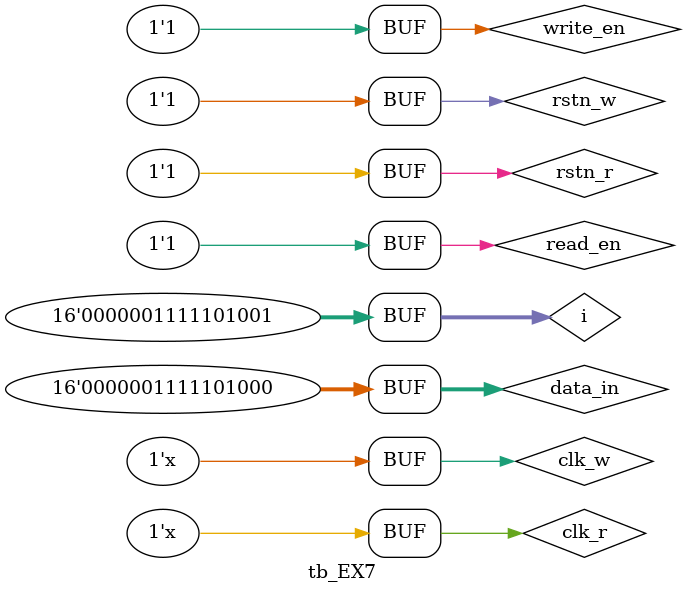
<source format=v>
`timescale 1ns / 1ps


module tb_EX7 #(parameter FIFO_addr_size = 4,parameter FIFO_data_size = 16)();
    reg clk_r,rstn_r,write_en,read_en,clk_w,rstn_w;
    reg [FIFO_data_size-1:0]data_in;
    wire [FIFO_data_size-1:0]data_out;
 
    reg [FIFO_data_size-1:0] i;

    initial begin
        clk_w=0;
        rstn_w=1;
        data_in={FIFO_data_size{1'b0}};
        #15
        rstn_w=0;
        #20
        rstn_w=1;
    end

    initial begin
        clk_r=0;
        rstn_r=1;
        read_en=0;
        #25
        rstn_r=0;
        #50
        rstn_r=1;
    end
 
    initial begin
        write_en=0;
        #450
        write_en=1;
        #400
        write_en=0;
        #750
        write_en=1;
    end
  
    initial begin
        read_en=0;
        #900
        read_en=1;
        #400
        read_en=0;
        #300
        read_en=1;
    end
    
    initial begin
    for(i=0;i<=1000;i=i+1)
        begin
            #100;
            data_in = i;
        end
    end
 
    always #25 clk_w=~clk_w;
    always #50 clk_r=~clk_r;

    FIFO_top top(
              .clk_w(clk_w),
              .rstn_w(rstn_w),
              .write_en(write_en),
              .clk_r(clk_r),
              .rstn_r(rstn_r),
              .read_en(read_en),
              .data_in(data_in),
              .data_out(data_out)
    ); 
endmodule


</source>
